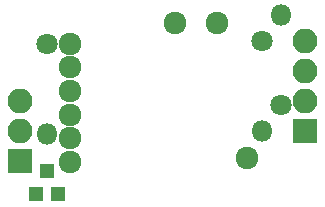
<source format=gbr>
G04 #@! TF.GenerationSoftware,KiCad,Pcbnew,(5.0.0-3-g5ebb6b6)*
G04 #@! TF.CreationDate,2018-09-17T09:24:27-06:00*
G04 #@! TF.ProjectId,Hak5-unify,48616B352D756E6966792E6B69636164,rev?*
G04 #@! TF.SameCoordinates,Original*
G04 #@! TF.FileFunction,Soldermask,Bot*
G04 #@! TF.FilePolarity,Negative*
%FSLAX46Y46*%
G04 Gerber Fmt 4.6, Leading zero omitted, Abs format (unit mm)*
G04 Created by KiCad (PCBNEW (5.0.0-3-g5ebb6b6)) date Monday, September 17, 2018 at 09:24:27 AM*
%MOMM*%
%LPD*%
G01*
G04 APERTURE LIST*
%ADD10C,1.924000*%
%ADD11O,2.100000X2.100000*%
%ADD12R,2.100000X2.100000*%
%ADD13R,1.200000X1.300000*%
%ADD14C,1.800000*%
%ADD15O,1.800000X1.800000*%
G04 APERTURE END LIST*
D10*
G04 #@! TO.C,U1*
X114950000Y-90050000D03*
X111350000Y-90050000D03*
X117450000Y-101550000D03*
X102500000Y-101850000D03*
X102500000Y-99850000D03*
X102500000Y-97850000D03*
X102500000Y-95850000D03*
X102500000Y-93850000D03*
X102500000Y-91850000D03*
G04 #@! TD*
D11*
G04 #@! TO.C,J2*
X98250000Y-96720000D03*
X98250000Y-99260000D03*
D12*
X98250000Y-101800000D03*
G04 #@! TD*
D13*
G04 #@! TO.C,Q2*
X100500000Y-102600000D03*
X99550000Y-104600000D03*
X101450000Y-104600000D03*
G04 #@! TD*
D12*
G04 #@! TO.C,J1*
X122390000Y-99200000D03*
D11*
X122390000Y-96660000D03*
X122390000Y-94120000D03*
X122390000Y-91580000D03*
G04 #@! TD*
D14*
G04 #@! TO.C,R1*
X100500000Y-91900000D03*
D15*
X100500000Y-99520000D03*
G04 #@! TD*
D14*
G04 #@! TO.C,R2*
X118700000Y-91650000D03*
D15*
X118700000Y-99270000D03*
G04 #@! TD*
G04 #@! TO.C,R3*
X120300000Y-89430000D03*
D14*
X120300000Y-97050000D03*
G04 #@! TD*
M02*

</source>
